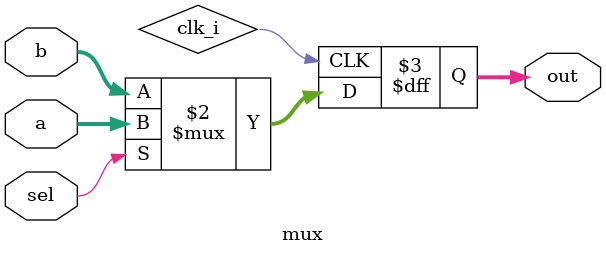
<source format=v>
module mux( 
input [4:0] a, b,
input sel,
output [4:0] out );
// When sel=0, assign a to out. 
// When sel=1, assign b to out.
always @(posedge clk_i)
  out <= sel ? a : b;
endmodule

</source>
